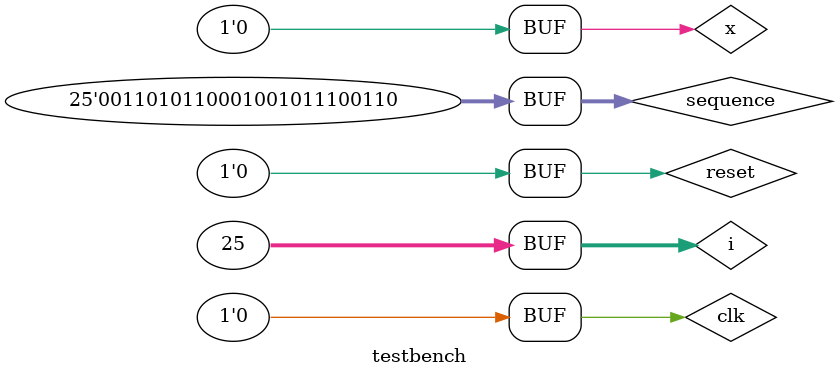
<source format=v>

module mealy(output reg rec, input x, input reset, input clk);
reg [2:0] state;
parameter S0=3'b000,S1=3'b001,S2=3'b010,S3=3'b011,S4=3'b100;

always @(posedge clk or posedge reset)
if(reset)
begin
    state=S0;
    rec=0;
end
else
begin
    rec=0;
    case(state)
        S0:
        begin
            if(x) state=S1;
            else state=S0;
        end
        S1:
        begin
            if(x) state=S1;
            else state=S2;
        end
        S2:
        begin
            if(x) state=S3;
            else state=S0;
        end
        S3:
        begin
            if(x) state=S4;
            else state=S2;
        end
        S4:
        begin
            if(x) state=S1;
            else 
            begin
                state=S2;
                rec=1;
            end
        end
    endcase
end
endmodule

// testbench
module testbench;
reg x,reset,clk;
reg [0:24] sequence;
wire rec;
mealy m(rec,x,reset,clk);
integer i;

initial
begin
    // $monitor($time," clk=%b reset= %b x=%b result=%b state=%b\n",clk,reset,x,rec,m.state);
    clk=0;
    reset=1;
    sequence=25'b00110_10110_00100_10111_00110;
    #5 reset=0;
    for(i=0;i<=24;i=i+1)
    begin
        x=sequence[i];
        $display("State = ", m.state, " Input = ", x, " Output =", rec);
        #2 clk=1;
        #2 clk=0; 
    end
    // #100 $finish;
end

endmodule
</source>
